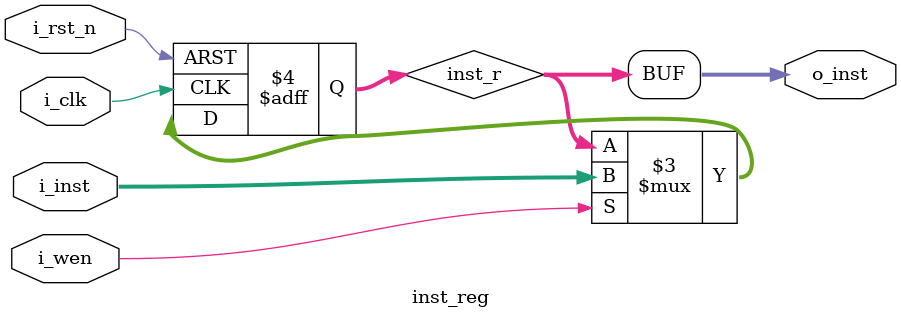
<source format=v>
module inst_reg(
    input i_clk,
    input i_rst_n,
    input i_wen,
    input [31:0] i_inst,
    output [31:0] o_inst
);

reg [31:0] inst_r;

always @(negedge i_rst_n or posedge i_clk)
begin
    if(!i_rst_n) begin
        inst_r <= 32'd0;
    end
    else begin
        inst_r <= (i_wen) ? i_inst : inst_r; 
    end
end

assign o_inst = inst_r;

endmodule
</source>
